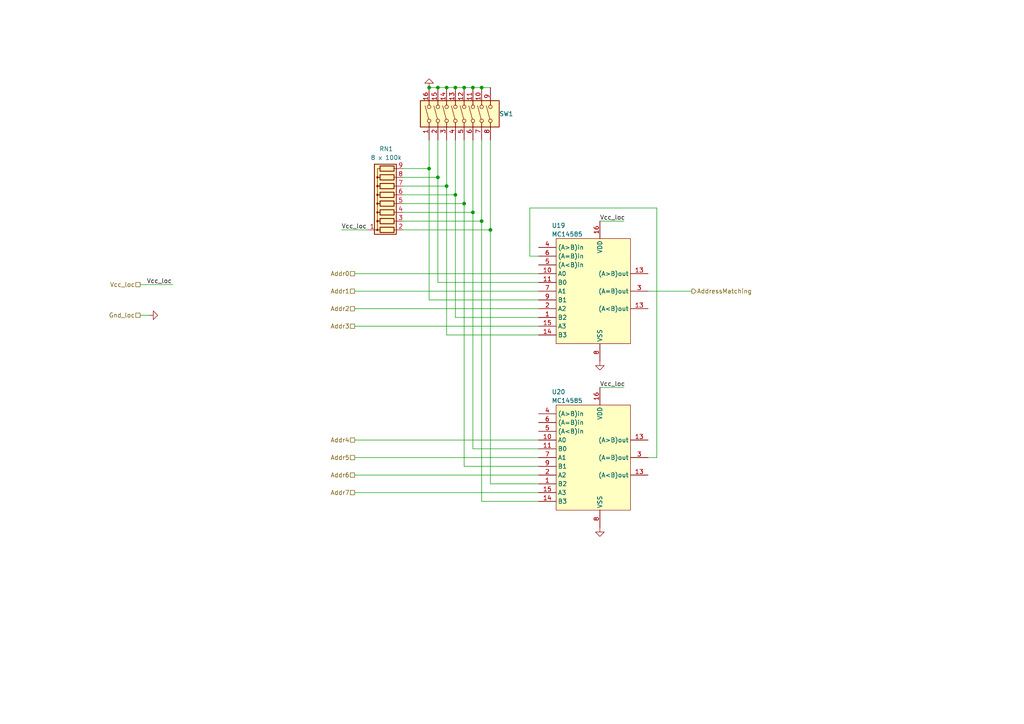
<source format=kicad_sch>
(kicad_sch (version 20230121) (generator eeschema)
  (paper "A4")
  (lib_symbols
    (symbol "Device:R_Network08" (pin_names (offset 0) hide)
      (property "Reference" "RN" (at -12.7 0 90))
      (property "Value" "R_Network08" (at 10.16 0 90))
      (symbol "R_Network08_0_1"
        (rectangle (start -11.43 -3.175) (end 8.89 3.175) (stroke (width 0.254)) (fill (type background)))
        (rectangle (start -10.922 1.524) (end -9.398 -2.54) (stroke (width 0.254)))
        (circle (center -10.16 2.286) (radius 0.254) (fill (type outline)))
        (rectangle (start -8.382 1.524) (end -6.858 -2.54) (stroke (width 0.254)))
        (circle (center -7.62 2.286) (radius 0.254) (fill (type outline)))
        (rectangle (start -5.842 1.524) (end -4.318 -2.54) (stroke (width 0.254)))
        (circle (center -5.08 2.286) (radius 0.254) (fill (type outline)))
        (rectangle (start -3.302 1.524) (end -1.778 -2.54) (stroke (width 0.254)))
        (circle (center -2.54 2.286) (radius 0.254) (fill (type outline)))
        (rectangle (start -0.762 1.524) (end 0.762 -2.54) (stroke (width 0.254)))
        (polyline (pts (xy -10.16 -2.54) (xy -10.16 -3.81)))
        (polyline (pts (xy -7.62 -2.54) (xy -7.62 -3.81)))
        (polyline (pts (xy -5.08 -2.54) (xy -5.08 -3.81)))
        (polyline (pts (xy -2.54 -2.54) (xy -2.54 -3.81)))
        (polyline (pts (xy 0 -2.54) (xy 0 -3.81)))
        (polyline (pts (xy 2.54 -2.54) (xy 2.54 -3.81)))
        (polyline (pts (xy 5.08 -2.54) (xy 5.08 -3.81)))
        (polyline (pts (xy 7.62 -2.54) (xy 7.62 -3.81)))
        (polyline (pts (xy -10.16 1.524) (xy -10.16 2.286) (xy -7.62 2.286) (xy -7.62 1.524)))
        (polyline (pts (xy -7.62 1.524) (xy -7.62 2.286) (xy -5.08 2.286) (xy -5.08 1.524)))
        (polyline (pts (xy -5.08 1.524) (xy -5.08 2.286) (xy -2.54 2.286) (xy -2.54 1.524)))
        (polyline (pts (xy -2.54 1.524) (xy -2.54 2.286) (xy 0 2.286) (xy 0 1.524)))
        (polyline (pts (xy 0 1.524) (xy 0 2.286) (xy 2.54 2.286) (xy 2.54 1.524)))
        (polyline (pts (xy 2.54 1.524) (xy 2.54 2.286) (xy 5.08 2.286) (xy 5.08 1.524)))
        (polyline (pts (xy 5.08 1.524) (xy 5.08 2.286) (xy 7.62 2.286) (xy 7.62 1.524)))
        (circle (center 0 2.286) (radius 0.254) (fill (type outline)))
        (rectangle (start 1.778 1.524) (end 3.302 -2.54) (stroke (width 0.254)))
        (circle (center 2.54 2.286) (radius 0.254) (fill (type outline)))
        (rectangle (start 4.318 1.524) (end 5.842 -2.54) (stroke (width 0.254)))
        (circle (center 5.08 2.286) (radius 0.254) (fill (type outline)))
        (rectangle (start 6.858 1.524) (end 8.382 -2.54) (stroke (width 0.254)))
      )
      (symbol "R_Network08_1_1"
        (pin passive line (at -10.16 5.08 270) (length 2.54) (name "common") (number "1"))
        (pin passive line (at -10.16 -5.08 90) (length 1.27) (name "R1") (number "2"))
        (pin passive line (at -7.62 -5.08 90) (length 1.27) (name "R2") (number "3"))
        (pin passive line (at -5.08 -5.08 90) (length 1.27) (name "R3") (number "4"))
        (pin passive line (at -2.54 -5.08 90) (length 1.27) (name "R4") (number "5"))
        (pin passive line (at 0 -5.08 90) (length 1.27) (name "R5") (number "6"))
        (pin passive line (at 2.54 -5.08 90) (length 1.27) (name "R6") (number "7"))
        (pin passive line (at 5.08 -5.08 90) (length 1.27) (name "R7") (number "8"))
        (pin passive line (at 7.62 -5.08 90) (length 1.27) (name "R8") (number "9"))
      )
    )
    (symbol "Switch:SW_DIP_x08" (pin_names (offset 0) hide)
      (property "Reference" "SW" (at 0 13.97 0))
      (property "Value" "SW_DIP_x08" (at 0 -11.43 0))
      (symbol "SW_DIP_x08_0_0"
        (circle (center -2.032 -7.62) (radius 0.508))
        (circle (center -2.032 -5.08) (radius 0.508))
        (circle (center -2.032 -2.54) (radius 0.508))
        (circle (center -2.032 0) (radius 0.508))
        (circle (center -2.032 2.54) (radius 0.508))
        (circle (center -2.032 5.08) (radius 0.508))
        (circle (center -2.032 7.62) (radius 0.508))
        (circle (center -2.032 10.16) (radius 0.508))
        (polyline (pts (xy -1.524 -7.4676) (xy 2.3622 -6.4262)))
        (polyline (pts (xy -1.524 -4.9276) (xy 2.3622 -3.8862)))
        (polyline (pts (xy -1.524 -2.3876) (xy 2.3622 -1.3462)))
        (polyline (pts (xy -1.524 0.127) (xy 2.3622 1.1684)))
        (polyline (pts (xy -1.524 2.667) (xy 2.3622 3.7084)))
        (polyline (pts (xy -1.524 5.207) (xy 2.3622 6.2484)))
        (polyline (pts (xy -1.524 7.747) (xy 2.3622 8.7884)))
        (polyline (pts (xy -1.524 10.287) (xy 2.3622 11.3284)))
        (circle (center 2.032 -7.62) (radius 0.508))
        (circle (center 2.032 -5.08) (radius 0.508))
        (circle (center 2.032 -2.54) (radius 0.508))
        (circle (center 2.032 0) (radius 0.508))
        (circle (center 2.032 2.54) (radius 0.508))
        (circle (center 2.032 5.08) (radius 0.508))
        (circle (center 2.032 7.62) (radius 0.508))
        (circle (center 2.032 10.16) (radius 0.508))
      )
      (symbol "SW_DIP_x08_0_1"
        (rectangle (start -3.81 12.7) (end 3.81 -10.16) (stroke (width 0.254)) (fill (type background)))
      )
      (symbol "SW_DIP_x08_1_1"
        (pin passive line (at -7.62 10.16 0) (length 5.08) (name "~") (number "1"))
        (pin passive line (at 7.62 -5.08 180) (length 5.08) (name "~") (number "10"))
        (pin passive line (at 7.62 -2.54 180) (length 5.08) (name "~") (number "11"))
        (pin passive line (at 7.62 0 180) (length 5.08) (name "~") (number "12"))
        (pin passive line (at 7.62 2.54 180) (length 5.08) (name "~") (number "13"))
        (pin passive line (at 7.62 5.08 180) (length 5.08) (name "~") (number "14"))
        (pin passive line (at 7.62 7.62 180) (length 5.08) (name "~") (number "15"))
        (pin passive line (at 7.62 10.16 180) (length 5.08) (name "~") (number "16"))
        (pin passive line (at -7.62 7.62 0) (length 5.08) (name "~") (number "2"))
        (pin passive line (at -7.62 5.08 0) (length 5.08) (name "~") (number "3"))
        (pin passive line (at -7.62 2.54 0) (length 5.08) (name "~") (number "4"))
        (pin passive line (at -7.62 0 0) (length 5.08) (name "~") (number "5"))
        (pin passive line (at -7.62 -2.54 0) (length 5.08) (name "~") (number "6"))
        (pin passive line (at -7.62 -5.08 0) (length 5.08) (name "~") (number "7"))
        (pin passive line (at -7.62 -7.62 0) (length 5.08) (name "~") (number "8"))
        (pin passive line (at 7.62 -7.62 180) (length 5.08) (name "~") (number "9"))
      )
    )
    (symbol "kpole:MC14585"
      (property "Reference" "U" (at 0 3.81 0))
      (property "Value" "MC14585" (at 0 1.27 0))
      (symbol "MC14585_1_1"
        (rectangle (start 0 0) (end 21.59 -30.48) (fill (type background)))
        (pin input line (at -5.08 -22.86 0) (length 5.08) (name "B2") (number "1"))
        (pin input line (at -5.08 -10.16 0) (length 5.08) (name "A0") (number "10"))
        (pin input line (at -5.08 -12.7 0) (length 5.08) (name "B0") (number "11"))
        (pin output line (at 26.67 -20.32 180) (length 5.08) (name "(A<B)out") (number "13"))
        (pin output line (at 26.67 -10.16 180) (length 5.08) (name "(A>B)out") (number "13"))
        (pin input line (at -5.08 -27.94 0) (length 5.08) (name "B3") (number "14"))
        (pin input line (at -5.08 -25.4 0) (length 5.08) (name "A3") (number "15"))
        (pin power_in line (at 12.7 5.08 270) (length 5.08) (name "VDD") (number "16"))
        (pin input line (at -5.08 -20.32 0) (length 5.08) (name "A2") (number "2"))
        (pin output line (at 26.67 -15.24 180) (length 5.08) (name "(A=B)out") (number "3"))
        (pin input line (at -5.08 -2.54 0) (length 5.08) (name "(A>B)in") (number "4"))
        (pin input line (at -5.08 -7.62 0) (length 5.08) (name "(A<B)in") (number "5"))
        (pin input line (at -5.08 -5.08 0) (length 5.08) (name "(A=B)in") (number "6"))
        (pin input line (at -5.08 -15.24 0) (length 5.08) (name "A1") (number "7"))
        (pin power_in line (at 12.7 -35.56 90) (length 5.08) (name "VSS") (number "8"))
        (pin input line (at -5.08 -17.78 0) (length 5.08) (name "B1") (number "9"))
      )
    )
    (symbol "power:GND" (power) (pin_names (offset 0))
      (property "Value" "GND" (at 0 -3.81 0))
      (symbol "GND_0_1"
        (polyline (pts (xy 0 0) (xy 0 -1.27) (xy 1.27 -1.27) (xy 0 -2.54) (xy -1.27 -1.27) (xy 0 -1.27)))
      )
      (symbol "GND_1_1"
        (pin power_in line (at 0 0 270) (length 0) hide (name "GND") (number "1"))
      )
    )
  )
  (junction (at 132.08 25.4))
  (junction (at 137.16 61.595))
  (junction (at 139.7 64.135))
  (junction (at 134.62 59.055))
  (junction (at 134.62 25.4))
  (junction (at 127 51.435))
  (junction (at 124.46 25.4))
  (junction (at 142.24 66.675))
  (junction (at 132.08 56.515))
  (junction (at 129.54 53.975))
  (junction (at 129.54 25.4))
  (junction (at 127 25.4))
  (junction (at 139.7 25.4))
  (junction (at 137.16 25.4))
  (junction (at 124.46 48.895))
  (wire (pts (xy 102.87 137.795) (xy 156.21 137.795)))
  (wire (pts (xy 137.16 40.64) (xy 137.16 61.595)))
  (wire (pts (xy 102.87 94.615) (xy 156.21 94.615)))
  (wire (pts (xy 129.54 40.64) (xy 129.54 53.975)))
  (wire (pts (xy 102.87 127.635) (xy 156.21 127.635)))
  (wire (pts (xy 137.16 25.4) (xy 139.7 25.4)))
  (wire (pts (xy 139.7 25.4) (xy 142.24 25.4)))
  (wire (pts (xy 127 81.915) (xy 156.21 81.915)))
  (wire (pts (xy 40.64 82.55) (xy 50.165 82.55)))
  (wire (pts (xy 137.16 61.595) (xy 137.16 130.175)))
  (wire (pts (xy 102.87 84.455) (xy 156.21 84.455)))
  (wire (pts (xy 116.84 51.435) (xy 127 51.435)))
  (wire (pts (xy 139.7 64.135) (xy 139.7 145.415)))
  (wire (pts (xy 116.84 59.055) (xy 134.62 59.055)))
  (wire (pts (xy 134.62 40.64) (xy 134.62 59.055)))
  (wire (pts (xy 139.7 40.64) (xy 139.7 64.135)))
  (wire (pts (xy 40.64 91.44) (xy 43.18 91.44)))
  (wire (pts (xy 173.99 112.395) (xy 180.975 112.395)))
  (wire (pts (xy 142.24 140.335) (xy 156.21 140.335)))
  (wire (pts (xy 142.24 40.64) (xy 142.24 66.675)))
  (wire (pts (xy 127 25.4) (xy 129.54 25.4)))
  (wire (pts (xy 116.84 66.675) (xy 142.24 66.675)))
  (wire (pts (xy 116.84 61.595) (xy 137.16 61.595)))
  (wire (pts (xy 153.67 74.295) (xy 156.21 74.295)))
  (wire (pts (xy 127 51.435) (xy 127 40.64)))
  (wire (pts (xy 132.08 25.4) (xy 134.62 25.4)))
  (wire (pts (xy 132.08 92.075) (xy 156.21 92.075)))
  (wire (pts (xy 137.16 130.175) (xy 156.21 130.175)))
  (wire (pts (xy 187.96 132.715) (xy 190.5 132.715)))
  (wire (pts (xy 129.54 97.155) (xy 156.21 97.155)))
  (wire (pts (xy 190.5 132.715) (xy 190.5 60.325)))
  (wire (pts (xy 99.06 66.675) (xy 106.68 66.675)))
  (wire (pts (xy 173.99 64.135) (xy 180.975 64.135)))
  (wire (pts (xy 153.67 60.325) (xy 153.67 74.295)))
  (wire (pts (xy 116.84 56.515) (xy 132.08 56.515)))
  (wire (pts (xy 139.7 145.415) (xy 156.21 145.415)))
  (wire (pts (xy 129.54 53.975) (xy 129.54 97.155)))
  (wire (pts (xy 134.62 135.255) (xy 156.21 135.255)))
  (wire (pts (xy 124.46 40.64) (xy 124.46 48.895)))
  (wire (pts (xy 134.62 59.055) (xy 134.62 135.255)))
  (wire (pts (xy 129.54 25.4) (xy 132.08 25.4)))
  (wire (pts (xy 134.62 25.4) (xy 137.16 25.4)))
  (wire (pts (xy 102.87 89.535) (xy 156.21 89.535)))
  (wire (pts (xy 124.46 48.895) (xy 124.46 86.995)))
  (wire (pts (xy 124.46 25.4) (xy 127 25.4)))
  (wire (pts (xy 127 81.915) (xy 127 51.435)))
  (wire (pts (xy 116.84 53.975) (xy 129.54 53.975)))
  (wire (pts (xy 132.08 56.515) (xy 132.08 92.075)))
  (wire (pts (xy 132.08 40.64) (xy 132.08 56.515)))
  (wire (pts (xy 190.5 60.325) (xy 153.67 60.325)))
  (wire (pts (xy 142.24 66.675) (xy 142.24 140.335)))
  (wire (pts (xy 116.84 48.895) (xy 124.46 48.895)))
  (wire (pts (xy 116.84 64.135) (xy 139.7 64.135)))
  (wire (pts (xy 102.87 142.875) (xy 156.21 142.875)))
  (wire (pts (xy 200.66 84.455) (xy 187.96 84.455)))
  (wire (pts (xy 124.46 86.995) (xy 156.21 86.995)))
  (wire (pts (xy 102.87 132.715) (xy 156.21 132.715)))
  (wire (pts (xy 102.87 79.375) (xy 156.21 79.375)))
  (label "Vcc_loc" (at 99.06 66.675 0))
  (label "Vcc_loc" (at 42.545 82.55 0))
  (label "Vcc_loc" (at 173.99 64.135 0))
  (label "Vcc_loc" (at 173.99 112.395 0))
  (hierarchical_label "AddressMatching" (shape output) (at 200.66 84.455 0))
  (hierarchical_label "Gnd_loc" (shape passive) (at 40.64 91.44 180))
  (hierarchical_label "Addr2" (shape passive) (at 102.87 89.535 180))
  (hierarchical_label "Addr3" (shape passive) (at 102.87 94.615 180))
  (hierarchical_label "Addr7" (shape passive) (at 102.87 142.875 180))
  (hierarchical_label "Addr5" (shape passive) (at 102.87 132.715 180))
  (hierarchical_label "Addr4" (shape passive) (at 102.87 127.635 180))
  (hierarchical_label "Addr0" (shape passive) (at 102.87 79.375 180))
  (hierarchical_label "Addr1" (shape passive) (at 102.87 84.455 180))
  (hierarchical_label "Vcc_loc" (shape passive) (at 40.64 82.55 180))
  (hierarchical_label "Addr6" (shape passive) (at 102.87 137.795 180))
  (symbol (lib_id "Switch:SW_DIP_x08") (at 134.62 33.02 90) (unit 1)
    (property "Reference" "SW1" (at 144.78 33.02 90) (effects (justify right)))
    (property "Value" "SW_DIP_x08" (effects hide))
  )
  (symbol (lib_id "power:GND") (at 173.99 104.775 0) (unit 1)
    (property "Reference" "#PWR050" (effects hide))
    (property "Value" "GND" (effects hide))
  )
  (symbol (lib_id "power:GND") (at 173.99 153.035 0) (unit 1)
    (property "Reference" "#PWR051" (effects hide))
    (property "Value" "GND" (effects hide))
  )
  (symbol (lib_id "power:GND") (at 43.18 91.44 90) (unit 1)
    (property "Reference" "#PWR045" (effects hide))
    (property "Value" "GND" (effects hide))
  )
  (symbol (lib_id "kpole:MC14585") (at 161.29 69.215 0) (unit 1)
    (property "Reference" "U19" (at 160.02 65.405 0) (effects (justify left)))
    (property "Value" "MC14585" (at 160.02 67.945 0) (effects (justify left)))
  )
  (symbol (lib_id "power:GND") (at 124.46 25.4 180) (unit 1)
    (property "Reference" "#PWR049" (effects hide))
    (property "Value" "GND" (effects hide))
  )
  (symbol (lib_id "Device:R_Network08") (at 111.76 56.515 90) (unit 1)
    (property "Reference" "RN1" (at 112.014 43.18 90))
    (property "Value" "8 x 100k" (at 112.014 45.72 90))
    (property "Footprint" "Resistor_THT:R_Array_SIP9" (effects hide))
    (property "Datasheet" "http://www.vishay.com/docs/31509/csc.pdf" (effects hide))
  )
  (symbol (lib_id "kpole:MC14585") (at 161.29 117.475 0) (unit 1)
    (property "Reference" "U20" (at 160.02 113.665 0) (effects (justify left)))
    (property "Value" "MC14585" (at 160.02 116.205 0) (effects (justify left)))
  )
)
</source>
